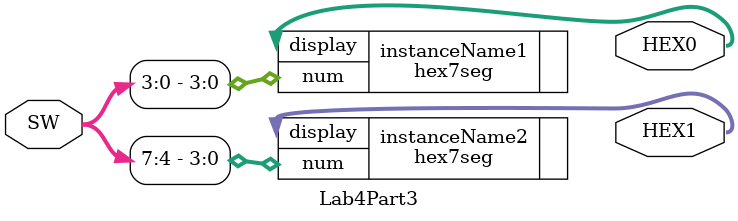
<source format=v>
/*
Author: Kyle Jarvis
Program Name: Lab 4 Part 3
Creation Date: 2/7/24
Date Last Updated: 2/7/24
Function: Allows controll over the first 2 HEX from the first 8 SW
Method: Assigns each switch a binary position and outputs the value to HEX
Inputs: SW
Outputs: HEX0, HEX1
Comments:
*/

module Lab4Part3(

input [7:0]SW,

output wire[6:0] HEX0, HEX1);


hex7seg instanceName1(.num (SW[3:0]), .display (HEX0));

hex7seg instanceName2(.num (SW[7:4]), .display (HEX1));
 

endmodule

</source>
